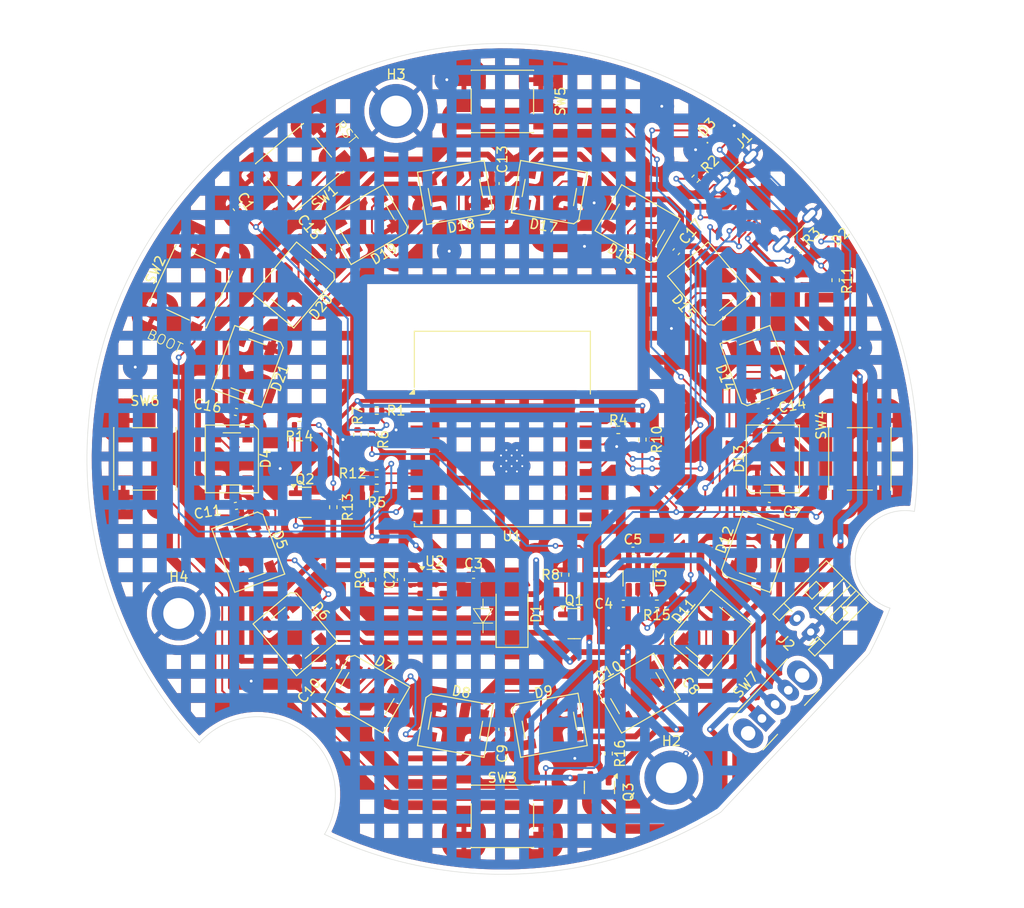
<source format=kicad_pcb>
(kicad_pcb (version 20241229) (generator "pcbnew") (generator_version "9.0")
  (layers (0 "F.Cu" signal) (2 "B.Cu" signal) (13 "F.Paste" user) (15 "B.Paste" user) (5 "F.SilkS" user "F.Silkscreen") (7 "B.SilkS" user "B.Silkscreen") (1 "F.Mask" user) (3 "B.Mask" user) (25 "Edge.Cuts" user))
  (net 0 "")
  (net 1 "GND")
  (net 2 "EN")
  (net 3 "VIN")
  (net 4 "3V3")
  (net 5 "VBUS")
  (net 6 "VBAT")
  (net 7 "Net-(D2-K)")
  (net 8 "Net-(D2-A)")
  (net 9 "Net-(D3-K)")
  (net 10 "/LED_Array/DIN")
  (net 11 "/LED_Array/DOUT")
  (net 12 "/LED_Array1/DOUT")
  (net 13 "D-")
  (net 14 "D+")
  (net 15 "Net-(J1-CC2)")
  (net 16 "Net-(J1-CC1)")
  (net 17 "IO7")
  (net 18 "IO2")
  (net 19 "IO8")
  (net 20 "IO5")
  (net 21 "Net-(U2-CE)")
  (net 22 "IO3")
  (net 23 "Net-(U3-PROG)")
  (net 24 "IO9")
  (net 26 "Net-(D5-DOUT)")
  (net 27 "Net-(D6-DOUT)")
  (net 28 "Net-(D7-DOUT)")
  (net 29 "Net-(D8-DOUT)")
  (net 30 "Net-(D10-DIN)")
  (net 31 "Net-(D10-DOUT)")
  (net 32 "Net-(D14-DOUT)")
  (net 33 "Net-(D15-DOUT)")
  (net 34 "Net-(D16-DOUT)")
  (net 35 "Net-(D17-DOUT)")
  (net 36 "Net-(D18-DOUT)")
  (net 37 "Net-(D19-DOUT)")
  (net 38 "Net-(D20-DOUT)")
  (net 39 "Net-(D11-DOUT)")
  (net 40 "Net-(J2-Pin_2)")
  (net 41 "Net-(Q2-D)")
  (net 42 "Net-(Q3-D)")
  (net 43 "Net-(D4-DOUT)")
  (net 44 "Net-(D13-DOUT)")
  (footprint "Capacitor_SMD:C_0402_1005Metric" (layer "F.Cu") (at 46.601947 85.349244 50)
    (property "Reference" "C10")
    (property "Value" "C1uF")
  )
  (footprint "Resistor_SMD:R_0402_1005Metric" (layer "F.Cu") (at 95.239376 42.260624 45)
    (property "Reference" "R3")
    (property "Value" "R5.1k")
  )
  (footprint "Resistor_SMD:R_0402_1005Metric" (layer "F.Cu") (at 79.09 61.9 90)
    (property "Reference" "R10")
    (property "Value" "R10K")
  )
  (footprint "Capacitor_SMD:C_0402_1005Metric" (layer "F.Cu") (at 92.174617 59.037851 -170)
    (property "Reference" "C14")
    (property "Value" "C1uF")
  )
  (footprint "LED_SMD:LED_SK6812_PLCC4_5.0x5.0mm_P3.2mm" (layer "F.Cu") (at 50.6 39.651289 -150)
    (property "Reference" "D19")
    (property "Value" "SK6812")
  )
  (footprint "Resistor_SMD:R_0402_1005Metric" (layer "F.Cu") (at 84.6 34.9 -135)
    (property "Reference" "R2")
    (property "Value" "R5.1k")
  )
  (footprint "Button_Switch_SMD:SW_SPST_PTS645" (layer "F.Cu") (at 27.6 63.9 90)
    (property "Reference" "SW6")
    (property "Value" "PTS645")
  )
  (footprint "Resistor_SMD:R_0402_1005Metric" (layer "F.Cu") (at 76.6 60.9 180)
    (property "Reference" "R4")
    (property "Value" "R10K")
  )
  (footprint "Diode_SMD:D_SMA" (layer "F.Cu") (at 65.6 79.9 90)
    (property "Reference" "D1")
    (property "Value" "SS14")
  )
  (footprint "Resistor_SMD:R_0402_1005Metric" (layer "F.Cu") (at 99.1 45.4 -90)
    (property "Reference" "R11")
    (property "Value" "R330")
  )
  (footprint "Capacitor_SMD:C_0402_1005Metric" (layer "F.Cu") (at 64.6 91.9 90)
    (property "Reference" "C9")
    (property "Value" "C1uF")
  )
  (footprint "Capacitor_SMD:C_0402_1005Metric" (layer "F.Cu") (at 37.025383 59.037851 -10)
    (property "Reference" "C16")
    (property "Value" "C1uF")
  )
  (footprint "LED_SMD:LED_SK6812_PLCC4_5.0x5.0mm_P3.2mm" (layer "F.Cu") (at 50.6 88.148711 -30)
    (property "Reference" "D7")
    (property "Value" "SK6812")
  )
  (footprint "LED_SMD:LED_SK6812_PLCC4_5.0x5.0mm_P3.2mm" (layer "F.Cu") (at 43.150756 81.898053 -50)
    (property "Reference" "D6")
    (property "Value" "SK6812")
  )
  (footprint "Package_TO_SOT_SMD:SOT-23" (layer "F.Cu") (at 44.1625 68.4)
    (property "Reference" "Q2")
    (property "Value" "BSS138")
  )
  (footprint "MountingHole:MountingHole_3.2mm_M3_DIN965_Pad_TopBottom" (layer "F.Cu") (at 31.1 79.9)
    (property "Reference" "H4")
    (property "Value" "MountingHole_Pad")
  )
  (footprint "Capacitor_SMD:C_0402_1005Metric" (layer "F.Cu") (at 64.62 35.4 -90)
    (property "Reference" "C13")
    (property "Value" "C1uF")
  )
  (footprint "Resistor_SMD:R_0402_1005Metric" (layer "F.Cu") (at 51.1 61.4 -90)
    (property "Reference" "R6")
    (property "Value" "R100K")
  )
  (footprint "Capacitor_SMD:C_0402_1005Metric" (layer "F.Cu") (at 92.174617 68.762149 170)
    (property "Reference" "C7")
    (property "Value" "C1uF")
  )
  (footprint "Resistor_SMD:R_0402_1005Metric" (layer "F.Cu") (at 51.6 66.9)
    (property "Reference" "R5")
    (property "Value" "R10K")
  )
  (footprint "LED_SMD:LED_SK6812_PLCC4_5.0x5.0mm_P3.2mm" (layer "F.Cu") (at 86.049244 81.898053 50)
    (property "Reference" "D11")
    (property "Value" "SK6812")
  )
  (footprint "LED_SMD:LED_SK6812_PLCC4_5.0x5.0mm_P3.2mm" (layer "F.Cu") (at 38.288607 73.476564 -70)
    (property "Reference" "D5")
    (property "Value" "SK6812")
  )
  (footprint "LED_SMD:LED_SK6812_PLCC4_5.0x5.0mm_P3.2mm" (layer "F.Cu") (at 90.911393 54.323436 110)
    (property "Reference" "D14")
    (property "Value" "SK6812")
  )
  (footprint "Resistor_SMD:R_0402_1005Metric" (layer "F.Cu") (at 47.1 68.9 90)
    (property "Reference" "R13")
    (property "Value" "R10K")
  )
  (footprint "Button_Switch_SMD:SW_SPST_PTS645" (layer "F.Cu") (at 43.6 33.734695 -140)
    (property "Reference" "SW1")
    (property "Value" "PTS645")
  )
  (footprint "Button_Switch_SMD:SW_SPST_PTS645" (layer "F.Cu") (at 101.6 63.9 -90)
    (property "Reference" "SW4")
    (property "Value" "PTS645")
  )
  (footprint "Connector_JST:JST_PH_S2B-PH-K_1x02_P2.00mm_Horizontal" (layer "F.Cu") (at 96.514214 81.814214 135)
    (property "Reference" "J2")
    (property "Value" "S2B-PH-K-S")
  )
  (footprint "LED_SMD:LED_SK6812_PLCC4_5.0x5.0mm_P3.2mm" (layer "F.Cu") (at 59.737851 91.474617 -10)
    (property "Reference" "D8")
    (property "Value" "SK6812")
  )
  (footprint "RF_Module:ESP32-C3-WROOM-02" (layer "F.Cu") (at 64.6 63.9)
    (property "Reference" "U1")
    (property "Value" "ESP32-C3-WROOM-02")
  )
  (footprint "LED_SMD:LED_SK6812_PLCC4_5.0x5.0mm_P3.2mm" (layer "F.Cu") (at 90.911393 73.476564 70)
    (property "Reference" "D12")
    (property "Value" "SK6812")
  )
  (footprint "Package_TO_SOT_SMD:SOT-23" (layer "F.Cu") (at 72.0375 80.95)
    (property "Reference" "Q1")
    (property "Value" "FDN340P")
  )
  (footprint "Resistor_SMD:R_0402_1005Metric" (layer "F.Cu") (at 51.6 58.9 180)
    (property "Reference" "R1")
    (property "Value" "R10K")
  )
  (footprint "LED_SMD:LED_SK6812_PLCC4_5.0x5.0mm_P3.2mm" (layer "F.Cu") (at 43.150756 45.901947 -130)
    (property "Reference" "D20")
    (property "Value" "SK6812")
  )
  (footprint "Capacitor_SMD:C_0402_1005Metric" (layer "F.Cu") (at 46.601947 42.450756 -50)
    (property "Reference" "C15")
    (property "Value" "C1uF")
  )
  (footprint "Button_Switch_SMD:SW_SPST_PTS645" (layer "F.Cu") (at 64.6 100.9 180)
    (property "Reference" "SW3")
    (property "Value" "PTS645")
  )
  (footprint "Package_TO_SOT_SMD:TSOT-23-6" (layer "F.Cu") (at 78.65 76.2625 -90)
    (property "Reference" "U3")
    (property "Value" "TP4057")
  )
  (footprint "Capacitor_SMD:C_0402_1005Metric" (layer "F.Cu") (at 61.62 75.9)
    (property "Reference" "C3")
    (property "Value" "C1uF")
  )
  (footprint "MountingHole:MountingHole_3.2mm_M3_DIN965_Pad_TopBottom" (layer "F.Cu") (at 82.1 96.9)
    (property "Reference" "H2")
    (property "Value" "MountingHole_Pad")
  )
  (footprint "Resistor_SMD:R_0402_1005Metric" (layer "F.Cu") (at 49.6 61.4 90)
    (property "Reference" "R7")
    (property "Value" "R100K")
  )
  (footprint "Capacitor_SMD:C_0402_1005Metric" (layer "F.Cu") (at 82.598053 42.450756 -130)
    (property "Reference" "C17")
    (property "Value" "C1uF")
  )
  (footprint "Capacitor_SMD:C_0402_1005Metric" (layer "F.Cu") (at 54.1 76.4 90)
    (property "Reference" "C2")
    (property "Value" "C10uF")
  )
  (footprint "Button_Switch_THT:SW_Slide_SPDT_Angled_CK_OS102011MA1Q" (layer "F.Cu") (at 91.470058 90.770058 47)
    (property "Reference" "SW7")
    (property "Value" "SLW-1277545-3A-RA-N-D")
  )
  (footprint "Package_TO_SOT_SMD:SOT-23-5" (layer "F.Cu") (at 57.6 76.9)
    (property "Reference" "U2")
    (property "Value" "TLV75533PDYDR")
  )
  (footprint "LED_SMD:LED_0402_1005Metric" (layer "F.Cu") (at 86.6 30.4 45)
    (property "Reference" "D3")
    (property "Value" "150040BS73220")
  )
  (footprint "Capacitor_SMD:C_0402_1005Metric" (layer "F.Cu") (at 37.1 37.9 -55)
    (property "Reference" "C1")
    (property "Value" "C1uF")
  )
  (footprint "LED_SMD:LED_SK6812_PLCC4_5.0x5.0mm_P3.2mm" (layer "F.Cu") (at 59.737851 36.325383 -170)
    (property "Reference" "D18")
    (property "Value" "SK6812")
  )
  (footprint "Resistor_SMD:R_0402_1005Metric" (layer "F.Cu") (at 51.1 76.4 90)
    (property "Reference" "R9")
    (property "Value" "R100K")
  )
  (footprint "Connector_USB:USB_C_Receptacle_GCT_USB4105-xx-A_16P_TopMnt_Horizontal" (layer "F.Cu") (at 92.6 36.4 135)
    (property "Reference" "J1")
    (property "Value" "USB4105")
  )
  (footprint "Resistor_SMD:R_0402_1005Metric" (layer "F.Cu") (at 80.59 78.9 180)
    (property "Reference" "R15")
    (property "Value" "R2K")
  )
  (footprint "Capacitor_SMD:C_0402_1005Metric" (layer "F.Cu") (at 78.12 73.4)
    (property "Reference" "C5")
    (property "Value" "C10uF")
  )
  (footprint "Resistor_SMD:R_0402_1005Metric" (layer "F.Cu") (at 75.6 94.4 -90)
    (property "Reference" "R16")
    (property "Value" "R10K")
  )
  (footprint "LED_SMD:LED_SK6812_PLCC4_5.0x5.0mm_P3.2mm" (layer "F.Cu") (at 69.462149 91.474617 10)
    (property "Reference" "D9")
    (property "Value" "SK6812")
  )
  (footprint "LED_SMD:LED_SK6812_PLCC4_5.0x5.0mm_P3.2mm" (layer "F.Cu") (at 69.462149 36.325383 170)
    (property "Reference" "D17")
    (property "Value" "SK6812")
  )
  (footprint "Resistor_SMD:R_0402_1005Metric" (layer "F.Cu") (at 51.59 65.4)
    (property "Reference" "R12")
    (property "Value" "R10K")
  )
  (footprint "Package_TO_SOT_SMD:SOT-23" (layer "F.Cu") (at 74.65 97.9 -90)
    (property "Reference" "Q3")
    (property "Value" "MMFTN170")
  )
  (footprint "Capacitor_SMD:C_0402_1005Metric" (layer "F.Cu") (at 77.12 78.9 180)
    (property "Reference" "C4")
    (property "Value" "C2.2uF")
  )
  (footprint "Capacitor_SMD:C_0402_1005Metric" (layer "F.Cu") (at 82.598053 85.349244 130)
    (property "Reference" "C8")
    (property "Value" "C1uF")
  )
  (footprint "LED_SMD:LED_SK6812_PLCC4_5.0x5.0mm_P3.2mm" (layer "F.Cu") (at 38.288607 54.323436 -110)
    (property "Reference" "D21")
    (property "Value" "SK6812")
  )
  (footprint "LED_SMD:LED_SK6812_PLCC4_5.0x5.0mm_P3.2mm" (layer "F.Cu") (at 78.6 88.148711 30)
    (property "Reference" "D10")
    (property "Value" "SK6812")
  )
  (footprint "LED_SMD:LED_SK6812_PLCC4_5.0x5.0mm_P3.2mm" (layer "F.Cu") (at 36.6 63.9 -90)
    (property "Reference" "D4")
    (property "Value" "SK6812")
  )
  (footprint "Resistor_SMD:R_0402_1005Metric" (layer "F.Cu") (at 43.59 60.4 180)
    (property "Reference" "R14")
    (property "Value" "R470")
  )
  (footprint "MountingHole:MountingHole_3.2mm_M3_DIN965_Pad_TopBottom" (layer "F.Cu") (at 53.6 27.9)
    (property "Reference" "H3")
    (property "Value" "MountingHole_Pad")
  )
  (footprint "Resistor_SMD:R_0402_1005Metric" (layer "F.Cu") (at 71.1 75.9 90)
    (property "Reference" "R8")
    (property "Value" "R100K")
  )
  (footprint "LED_SMD:LED_0402_1005Metric" (layer "F.Cu") (at 98.6 39.9 45)
    (property "Reference" "D2")
    (property "Value" "150040VS73220")
  )
  (footprint "LED_SMD:LED_SK6812_PLCC4_5.0x5.0mm_P3.2mm" (layer "F.Cu") (at 92.6 63.9 90)
    (property "Reference" "D13")
    (property "Value" "SK6812")
  )
  (footprint "LED_SMD:LED_SK6812_PLCC4_5.0x5.0mm_P3.2mm" (layer "F.Cu") (at 78.6 39.651289 150)
    (property "Reference" "D16")
    (property "Value" "SK6812")
  )
  (footprint "Button_Switch_SMD:SW_SPST_PTS645" (layer "F.Cu") (at 32.378788 46.056214 65)
    (property "Reference" "SW2")
    (property "Value" "PTS645")
  )
  (footprint "Capacitor_SMD:C_0402_1005Metric" (layer "F.Cu") (at 37.025383 68.762149 10)
    (property "Reference" "C11")
    (property "Value" "C1uF")
  )
  (footprint "Button_Switch_SMD:SW_SPST_PTS645" (layer "F.Cu") (at 64.6 26.9)
    (property "Reference" "SW5")
    (property "Value" "PTS645")
  )
  (footprint "LED_SMD:LED_SK6812_PLCC4_5.0x5.0mm_P3.2mm" (layer "F.Cu") (at 86.049244 45.901947 130)
    (property "Reference" "D15")
    (property "Value" "SK6812")
  )
  (gr_line (start 62.6 80.9) (end 63.6 80.9) (stroke (width 0.1)) (layer "F.SilkS"))
  (gr_line (start 62.6 79.4) (end 62.6 78.4) (stroke (width 0.1)) (layer "F.SilkS"))
  (gr_line (start 62.6 80.9) (end 62.6 81.9) (stroke (width 0.1)) (layer "F.SilkS"))
  (gr_line (start 62.6 80.9) (end 61.6 79.4) (stroke (width 0.1)) (layer "F.SilkS"))
  (gr_line (start 62.6 80.9) (end 61.6 80.9) (stroke (width 0.1)) (layer "F.SilkS"))
  (gr_line (start 63.6 79.4) (end 62.6 80.9) (stroke (width 0.1)) (layer "F.SilkS"))
  (gr_line (start 61.6 79.4) (end 63.6 79.4) (stroke (width 0.1)) (layer "F.SilkS"))
  (gr_arc (start 33.229999 93.309404) (mid 44.009912 92.135978) (end 46.187811 102.758606) (stroke (width 0.05)) (layer "Edge.Cuts"))
  (gr_arc (start 33.229066 93.308577) (mid 51.353665 22.991144) (end 107.254625 69.339016) (stroke (width 0.05)) (layer "Edge.Cuts"))
  (gr_arc (start 87.205375 100.478633) (mid 66.986472 106.833718) (end 46.187805 102.758596) (stroke (width 0.05)) (layer "Edge.Cuts"))
  (gr_line (start 102.585997 84.051092) (end 87.205373 100.478633) (stroke (width 0.05)) (layer "Edge.Cuts"))
  (gr_arc (start 104.729266 79.348122) (mid 101.279754 73.154655) (end 107.254625 69.339019) (stroke (width 0.05)) (layer "Edge.Cuts"))
  (gr_arc (start 104.729265 79.348125) (mid 103.728353 81.731838) (end 102.585997 84.051092) (stroke (width 0.05)) (layer "Edge.Cuts"))
  (gr_text "RST" (at 47.1 29.4 310) (layer "F.SilkS") (effects (font (size 1 1) (thickness 0.1)) (justify left bottom)))
  (gr_text "BOOT\n" (at 27.6 51.4 335) (layer "F.SilkS") (effects (font (size 1 1) (thickness 0.1)) (justify left bottom)))
  (segment (start 85.6 36.4) (end 86.459135 35.540865) (width 0.2) (layer "F.Cu") (net 1))
  (segment (start 95.6 41.4) (end 95.6 41.9) (width 0.2) (layer "F.Cu") (net 1))
  (segment (start 93.073762 41.264895) (end 93.459135 41.650268) (width 0.2) (layer "F.Cu") (net 1))
  (segment (start 78.65 73.45) (end 78.6 73.4) (width 0.2) (layer "F.Cu") (net 1))
  (segment (start 93.735105 41.264895) (end 94.6 40.4) (width 0.2) (layer "F.Cu") (net 1))
  (segment (start 94.6 40.4) (end 95.6 41.4) (width 0.2) (layer "F.Cu") (net 1))
  (segment (start 86.459135 35.540865) (end 87.349732 35.540865) (width 0.2) (layer "F.Cu") (net 1))
  (segment (start 92.260589 41.264895) (end 93.073762 41.264895) (width 0.2) (layer "F.Cu") (net 1))
  (segment (start 58.85 24.65) (end 60.62 24.65) (width 0.2) (layer "F.Cu") (net 1))
  (segment (start 87.735105 36.739411) (end 85.939411 36.739411) (width 0.2) (layer "F.Cu") (net 1))
  (segment (start 85.939411 36.739411) (end 85.6 36.4) (width 0.2) (layer "F.Cu") (net 1))
  (segment (start 92.260589 41.264895) (end 93.735105 41.264895) (width 0.2) (layer "F.Cu") (net 1))
  (segment (start 78.65 75.125) (end 78.65 73.45) (width 0.2) (layer "F.Cu") (net 1))
  (via (at 82.1 50.4) (size 0.6) (drill 0.3) (layers "F.Cu" "B.Cu") (net 1))
  (via (at 59.1 42.4) (size 0.6) (drill 0.3) (layers "F.Cu" "B.Cu") (net 1))
  (via (at 75.6 81.4) (size 0.6) (drill 0.3) (layers "F.Cu" "B.Cu") (net 1))
  (via (at 74.1 37.4) (size 0.6) (drill 0.3) (layers "F.Cu" "B.Cu") (net 1))
  (via (at 73.1 41.9) (size 0.6) (drill 0.3) (layers "F.Cu" "B.Cu") (net 1))
  (via (at 38.6 86.9) (size 0.6) (drill 0.3) (layers "F.Cu" "B.Cu") (net 1))
  (via (at 48.1 61.9) (size 0.6) (drill 0.3) (layers "F.Cu" "B.Cu") (net 1))
  (via (at 72.1 94.9) (size 0.6) (drill 0.3) (layers "F.Cu" "B.Cu") (net 1))
  (via (at 58.85 24.65) (size 0.6) (drill 0.3) (layers "F.Cu" "B.Cu") (net 1))
  (via (at 88.6 29.4) (size 0.6) (drill 0.3) (layers "F.Cu" "B.Cu") (net 1))
  (via (at 83.6 94.4) (size 0.6) (drill 0.3) (layers "F.Cu" "B.Cu") (net 1))
  (via (at 101.6 52.4) (size 0.6) (drill 0.3) (layers "F.Cu" "B.Cu") (net 1))
  (via (at 53.6 60.9) (size 0.6) (drill 0.3) (layers "F.Cu" "B.Cu") (net 1))
  (via (at 84.6 31.9) (size 0.6) (drill 0.3) (layers "F.Cu" "B.Cu") (net 1))
  (via (at 76.432216 62.623429) (size 0.6) (drill 0.3) (layers "F.Cu" "B.Cu") (net 1))
  (via (at 41.6 64.9) (size 0.6) (drill 0.3) (layers "F.Cu" "B.Cu") (net 1))
  (via (at 81.1 27.4) (size 0.6) (drill 0.3) (layers "F.Cu" "B.Cu") (net 1))
  (via (at 26.6 54.4) (size 0.6) (drill 0.3) (layers "F.Cu" "B.Cu") (net 1))
  (segment (start 93.210233 41.650268) (end 87.349732 35.789767) (width 0.2) (layer "B.Cu") (net 1))
  (segment (start 87.349732 35.540865) (end 87.349732 34.649732) (width 0.2) (layer "B.Cu") (net 1))
  (segment (start 38.8269 34.031116) (end 38.968884 34.031116) (width 0.2) (layer "B.Cu") (net 1))
  (segment (start 90.305438 32.585159) (end 90.305438 31.105438) (width 0.2) (layer "B.Cu") (net 1))
  (segment (start 93.459135 41.650268) (end 93.210233 41.650268) (width 0.2) (layer "B.Cu") (net 1))
  (segment (start 90.305438 31.105438) (end 88.6 29.4) (width 0.2) (layer "B.Cu") (net 1))
  (segment (start 87.349732 34.649732) (end 84.6 31.9) (width 0.2) (layer "B.Cu") (net 1))
  (segment (start 87.349732 35.789767) (end 87.349732 35.540865) (width 0.2) (layer "B.Cu") (net 1))
  (segment (start 90.305438 32.585159) (end 96.414841 38.694562) (width 0.2) (layer "B.Cu") (net 1))
  (segment (start 41.997415 38.016589) (end 40.983411 38.016589) (width 0.2) (layer "F.Cu") (net 2))
  (segment (start 53.1 59.4) (end 55.85 59.4) (width 0.2) (layer "F.Cu") (net 2))
  (segment (start 40.983411 38.016589) (end 39.1 39.9) (width 0.2) (layer "F.Cu") (net 2))
  (segment (start 52.11 58.9) (end 52.6 58.9) (width 0.2) (layer "F.Cu") (net 2))
  (segment (start 52.6 60.4) (end 52.11 59.91) (width 0.2) (layer "F.Cu") (net 2))
  (segment (start 52.11 59.91) (end 52.11 58.9) (width 0.2) (layer "F.Cu") (net 2))
  (segment (start 52.6 58.9) (end 53.1 59.4) (width 0.2) (layer "F.Cu") (net 2))
  (segment (start 41.997415 38.016589) (end 42.978539 38.016589) (width 0.2) (layer "F.Cu") (net 2))
  (segment (start 37.375317 38.293193) (end 38.982124 39.9) (width 0.2) (layer "F.Cu") (net 2))
  (segment (start 42.978539 38.016589) (end 48.095128 32.9) (width 0.2) (layer "F.Cu") (net 2))
  (segment (start 39.1 39.9) (end 38.982124 39.9) (width 0.2) (layer "F.Cu") (net 2))
  (via (at 52.6 60.4) (size 0.6) (drill 0.3) (layers "F.Cu" "B.Cu") (net 2))
  (via (at 39.1 39.9) (size 0.6) (drill 0.3) (layers "F.Cu" "B.Cu") (net 2))
  (segment (start 52.1 60.9) (end 48.6 60.9) (width 0.2) (layer "B.Cu") (net 2))
  (segment (start 48.6 49.4) (end 39.1 39.9) (width 0.2) (layer "B.Cu") (net 2))
  (segment (start 48.6 60.9) (end 48.6 49.4) (width 0.2) (layer "B.Cu") (net 2))
  (segment (start 52.6 60.4) (end 52.1 60.9) (width 0.2) (layer "B.Cu") (net 2))
  (segment (start 65.675747 34.324253) (end 67.327207 34.324253) (width 0.6) (layer "F.Cu") (net 3))
  (segment (start 51.6 34.4) (end 56.272106 34.4) (width 0.6) (layer "F.Cu") (net 3))
  (segment (start 81.521762 88.309352) (end 81.521762 89.478238) (width 0.6) (layer "F.Cu") (net 3))
  (segment (start 34.6545 68.8455) (end 36.552675 68.8455) (width 0.6) (layer "F.Cu") (net 3))
  (segment (start 56.4625 75.95) (end 54.13 75.95) (width 0.6) (layer "F.Cu") (net 3))
  (segment (start 94.1 58.9) (end 94.0455 58.9545) (width 0.6) (layer "F.Cu") (net 3))
  (segment (start 94.1 69.4) (end 94.1 70.8744) (width 0.6) (layer "F.Cu") (net 3))
  (segment (start 87.696678 42.996678) (end 91.6 46.9) (width 0.6) (layer "F.Cu") (net 3))
  (segment (start 56.272106 34.4) (end 57.047235 35.175129) (width 0.6) (layer "F.Cu") (net 3))
  (segment (start 47.678238 39.490648) (end 47.678238 38.321762) (width 0.6) (layer "F.Cu") (net 3))
  (segment (start 90.999449 78.9) (end 92.6 78.9) (width 0.6) (layer "F.Cu") (net 3))
  (segment (start 44.610354 87.410354) (end 44.6 87.410354) (width 0.6) (layer "F.Cu") (net 3))
  (segment (start 35.947149 58.348974) (end 35.947149 56.078451) (width 0.6) (layer "F.Cu") (net 3))
  (segment (start 43.499915 84.803322) (end 37.6 84.803322) (width 0.6) (layer "F.Cu") (net 3))
  (segment (start 91.576952 46.923048) (end 91.576952 51.473956) (width 0.6) (layer "F.Cu") (net 3))
  (segment (start 94.0455 58.9545) (end 92.647324 58.9545) (width 0.6) (layer "F.Cu") (net 3))
  (segment (start 92.647325 68.8455) (end 94.6545 68.8455) (width 0.6) (layer "F.Cu") (net 3))
  (segment (start 83.094823 40.9) (end 83.094823 41.894823) (width 0.6) (layer "F.Cu") (net 3))
  (segment (start 34.6 73.302996) (end 34.6 68.9) (width 0.6) (layer "F.Cu") (net 3))
  (segment (start 56.4625 75.7625) (end 55.6 74.9) (width 0.6) (layer "F.Cu") (net 3))
  (segment (start 48.1 79.4) (end 50.6 81.9) (width 0.6) (layer "F.Cu") (net 3))
  (segment (start 92.6 78.9) (end 93.252851 78.247149) (width 0.6) (layer "F.Cu") (net 3))
  (segment (start 60.448541 94.9) (end 61.872793 93.475748) (width 0.6) (layer "F.Cu") (net 3))
  (segment (start 96.6 63.4) (end 96.15 63.4) (width 0.6) (layer "F.Cu") (net 3))
  (segment (start 51.13 75.92) (end 51.1 75.89) (width 0.6) (layer "F.Cu") (net 3))
  (segment (start 94.6545 68.8455) (end 96.6 66.9) (width 0.6) (layer "F.Cu") (net 3))
  (segment (start 50.6 81.9) (end 65.6 81.9) (width 0.6) (layer "F.Cu") (net 3))
  (segment (start 59.822364 32.4) (end 57.047235 35.175129) (width 0.6) (layer "F.Cu") (net 3))
  (segment (start 83.1 38.4) (end 83.1 40.9) (width 0.6) (layer "F.Cu") (net 3))
  (segment (start 64.62 34.92) (end 65.08 34.92) (width 0.6) (layer "F.Cu") (net 3))
  (segment (start 91.6 46.9) (end 91.576952 46.923048) (width 0.6) (layer "F.Cu") (net 3))
  (segment (start 72.63759 32.4) (end 77.278238 37.040648) (width 0.6) (layer "F.Cu") (net 3))
  (segment (start 64.62 33.92) (end 63.1 32.4) (width 0.6) (layer "F.Cu") (net 3))
  (segment (start 93.5455 68.8455) (end 94.1 69.4) (width 0.6) (layer "F.Cu") (net 3))
  (segment (start 37.6 78.9) (end 37.6 76.349092) (width 0.6) (layer "F.Cu") (net 3))
  (segment (start 94.1 58.9545) (end 94.1 58.9) (width 0.6) (layer "F.Cu") (net 3))
  (segment (start 65.6 81.9) (end 71.1 81.9) (width 0.6) (layer "F.Cu") (net 3))
  (segment (start 64.62 34.92) (end 64.62 33.92) (width 0.6) (layer "F.Cu") (net 3))
  (segment (start 35 66.35) (end 35 68.7455) (width 0.6) (layer "F.Cu") (net 3))
  (segment (start 45.61 73.89) (end 47.1 73.89) (width 0.6) (layer "F.Cu") (net 3))
  (segment (start 82.906591 86.924523) (end 81.521762 88.309352) (width 0.6) (layer "F.Cu") (net 3))
  (segment (start 63.504252 93.475748) (end 64.6 92.38) (width 0.6) (layer "F.Cu") (net 3))
  (segment (start 34.6 68.9) (end 34.6545 68.8455) (width 0.6) (layer "F.Cu") (net 3))
  (segment (start 94.1 70.8744) (end 93.252851 71.721549) (width 0.6) (layer "F.Cu") (net 3))
  (segment (start 51.921762 90.759352) (end 47.959352 90.759352) (width 0.6) (layer "F.Cu") (net 3))
  (segment (start 81.740648 37.040648) (end 83.1 38.4) (width 0.6) (layer "F.Cu") (net 3))
  (segment (start 85.700085 42.996678) (end 87.696678 42.996678) (width 0.6) (layer "F.Cu") (net 3))
  (segment (start 55.6 74.9) (end 47.1 74.9) (width 0.6) (layer "F.Cu") (net 3))
  (segment (start 37.6 77.9) (end 41.6 77.9) (width 0.6) (layer "F.Cu") (net 3))
  (segment (start 35 68.7455) (end 35.1 68.8455) (width 0.6) (layer "F.Cu") (net 3))
  (segment (start 47.1 69.41) (end 47.1 73.89) (width 0.6) (layer "F.Cu") (net 3))
  (segment (start 61.872793 93.475748) (end 63.504252 93.475748) (width 0.6) (layer "F.Cu") (net 3))
  (segment (start 82.906591 42.083055) (end 83.094823 41.894823) (width 0.6) (layer "F.Cu") (net 3))
  (segment (start 92.647325 68.8455) (end 93.5455 68.8455) (width 0.6) (layer "F.Cu") (net 3))
  (segment (start 56.4625 75.95) (end 56.4625 75.7625) (width 0.6) (layer "F.Cu") (net 3))
  (segment (start 47.1 74.9) (end 47.1 73.89) (width 0.6) (layer "F.Cu") (net 3))
  (segment (start 83.1 40.9) (end 83.094823 40.9) (width 0.6) (layer "F.Cu") (net 3))
  (segment (start 94.1 58.9545) (end 95.0455 58.9545) (width 0.6) (layer "F.Cu") (net 3))
  (segment (start 92.6545 58.9545) (end 92.647324 58.9545) (width 0.6) (layer "F.Cu") (net 3))
  (segment (start 54.1 75.92) (end 51.13 75.92) (width 0.6) (layer "F.Cu") (net 3))
  (segment (start 82.906591 85.716945) (end 84.589646 87.4) (width 0.6) (layer "F.Cu") (net 3))
  (segment (start 86.6 87.4) (end 88.849745 85.150255) (width 0.6) (layer "F.Cu") (net 3))
  (segment (start 47.1 75.9) (end 48.1 76.9) (width 0.6) (layer "F.Cu") (net 3))
  (segment (start 94.2 60.5) (end 92.6545 58.9545) (width 0.6) (layer "F.Cu") (net 3))
  (segment (start 48.1 76.9) (end 48.1 79.4) (width 0.6) (layer "F.Cu") (net 3))
  (segment (start 47.959352 90.759352) (end 44.610354 87.410354) (width 0.6) (layer "F.Cu") (net 3))
  (segment (start 81.521762 89.478238) (end 78.375129 92.624871) (width 0.6) (layer "F.Cu") (net 3))
  (segment (start 85.700085 42.996678) (end 84.59823 41.894823) (width 0.6) (layer "F.Cu") (net 3))
  (segment (start 96.15 63.4) (end 94.2 61.45) (width 0.6) (layer "F.Cu") (net 3))
  (segment (start 93.673956 51.473956) (end 91.576952 51.473956) (width 0.6) (layer "F.Cu") (net 3))
  (segment (start 47.678238 39.490648) (end 46.293409 40.875477) (width 0.6) (layer "F.Cu") (net 3))
  (segment (start 78.375129 92.624871) (end 72.152765 92.624871) (width 0.6) (layer "F.Cu") (net 3))
  (segment (start 67.327207 34.324253) (end 67.327207 33.672793) (width 0.6) (layer "F.Cu") (net 3))
  (segment (start 37.623048 76.326044) (end 34.6 73.302996) (width 0.6) (layer "F.Cu") (net 3))
  (segment (start 36.552675 58.9545) (end 35.947149 58.348974) (width 0.6) (layer "F.Cu") (net 3))
  (segment (start 37.6 84.803322) (end 37.6 78.9) (width 0.6) (layer "F.Cu") (net 3))
  (segment (start 44.6 87.410354) (end 46.293409 85.716945) (width 0.6) (layer "F.Cu") (net 3))
  (segment (start 51.921762 90.759352) (end 51.921762 92.471762) (width 0.6) (layer "F.Cu") (net 3))
  (segment (start 84.589646 87.4) (end 86.6 87.4) (width 0.6) (layer "F.Cu") (net 3))
  (segment (start 95.6 58.4) (end 95.6 53.4) (width 0.6) (layer "F.Cu") (net 3))
  (segment (start 35.947149 51.153402) (end 35.947149 56.078451) (width 0.6) (layer "F.Cu") (net 3))
  (segment (start 94.2 61.45) (end 94.2 60.5) (width 0.6) (layer "F.Cu") (net 3))
  (segment (start 96.6 66.9) (end 96.6 63.4) (width 0.6) (layer "F.Cu") (net 3))
  (segment (start 35.1 68.8455) (end 36.552675 68.8455) (width 0.6) (layer "F.Cu") (net 3))
  (segment (start 46.293409 40.875477) (end 46.293409 42.083055) (width 0.6) (layer "F.Cu") (net 3))
  (segment (start 40.350255 44.149745) (end 43.6 40.9) (width 0.6) (layer "F.Cu") (net 3))
  (segment (start 34.05 66.35) (end 33.1 65.4) (width 0.6) (layer "F.Cu") (net 3))
  (segment (start 51.921762 92.471762) (end 54.35 94.9) (width 0.6) (layer "F.Cu") (net 3))
  (segment (start 88.849745 81.049704) (end 90.999449 78.9) (width 0.6) (layer "F.Cu") (net 3))
  (segment (start 40.350255 46.750296) (end 35.947149 51.153402) (width 0.6) (layer "F.Cu") (net 3))
  (segment (start 33.1 56.078451) (end 35.947149 56.078451) (width 0.6) (layer "F.Cu") (net 3))
  (segment (start 67.327207 33.672793) (end 68.6 32.4) (width 0.6) (layer "F.Cu") (net 3))
  (segment (start 44.413538 85.716945) (end 46.293409 85.716945) (width 0.6) (layer "F.Cu") (net 3))
  (segment (start 63.1 32.4) (end 59.822364 32.4) (width 0.6) (layer "F.Cu") (net 3))
  (segment (start 54.35 94.9) (end 60.448541 94.9) (width 0.6) (layer "F.Cu") (net 3))
  (segment (start 95.0455 58.9545) (end 95.6 58.4) (width 0.6) (layer "F.Cu") (net 3))
  (segment (start 65.08 34.92) (end 65.675747 34.324253) (width 0.6) (layer "F.Cu") (net 3))
  (segment (start 68.6 32.4) (end 72.63759 32.4) (width 0.6) (layer "F.Cu") (net 3))
  (segment (start 93.252851 78.247149) (end 93.252851 71.721549) (width 0.6) (layer "F.Cu") (net 3))
  (segment (start 54.13 75.95) (end 54.1 75.92) (width 0.6) (layer "F.Cu") (net 3))
  (segment (start 35 66.35) (end 34.05 66.35) (width 0.6) (layer "F.Cu") (net 3))
  (segment (start 41.6 77.9) (end 45.61 73.89) (width 0.6) (layer "F.Cu") (net 3))
  (segment (start 37.6 76.349092) (end 37.623048 76.326044) (width 0.6) (layer "F.Cu") (net 3))
  (segment (start 84.59823 41.894823) (end 83.094823 41.894823) (width 0.6) (layer "F.Cu") (net 3))
  (segment (start 47.1 74.9) (end 47.1 75.9) (width 0.6) (layer "F.Cu") (net 3))
  (segment (start 82.906591 85.716945) (end 82.906591 86.924523) (width 0.6) (layer "F.Cu") (net 3))
  (segment (start 40.350255 46.750296) (end 40.350255 44.149745) (width 0.6) (layer "F.Cu") (net 3))
  (segment (start 45.110354 40.9) (end 46.293409 42.083055) (width 0.6) (layer "F.Cu") (net 3))
  (segment (start 47.678238 38.321762) (end 51.6 34.4) (width 0.6) (layer "F.Cu") (net 3))
  (segment (start 43.6 40.9) (end 45.110354 40.9) (width 0.6) (layer "F.Cu") (net 3))
  (segment (start 77.278238 37.040648) (end 81.740648 37.040648) (width 0.6) (layer "F.Cu") (net 3))
  (segment (start 43.499915 84.803322) (end 44.413538 85.716945) (width 0.6) (layer "F.Cu") (net 3))
  (segment (start 33.1 65.4) (end 33.1 56.078451) (width 0.6) (layer "F.Cu") (net 3))
  (segment (start 88.849745 85.150255) (end 88.849745 81.049704) (width 0.6) (layer "F.Cu") (net 3))
  (segment (start 95.6 53.4) (end 93.673956 51.473956) (width 0.6) (layer "F.Cu") (net 3))
  (segment (start 79.09 61.39) (end 79.09 58.41) (width 0.4) (layer "F.Cu") (net 4))
  (segment (start 46.725 62.525) (end 43.225 66.025) (width 0.4) (layer "F.Cu") (net 4))
  (segment (start 43.225 66.025) (end 43.225 67.45) (width 0.4) (layer "F.Cu") (net 4))
  (segment (start 51.09 58.9) (end 51.09 57.91) (width 0.4) (layer "F.Cu") (net 4))
  (segment (start 49.6 57.9) (end 51.1 57.9) (width 0.4) (layer "F.Cu") (net 4))
  (segment (start 51.09 57.91) (end 51.1 57.9) (width 0.4) (layer "F.Cu") (net 4))
  (segment (start 58.7375 75.95) (end 55.64375 72.85625) (width 0.4) (layer "F.Cu") (net 4))
  (segment (start 79.09 58.41) (end 79.1 58.4) (width 0.4) (layer "F.Cu") (net 4))
  (segment (start 61.09 75.95) (end 61.14 75.9) (width 0.4) (layer "F.Cu") (net 4))
  (segment (start 51.09 71.9) (end 51.09 66.9) (width 0.4) (layer "F.Cu") (net 4))
  (segment (start 79.09 61.39) (end 77.6 61.39) (width 0.4) (layer "F.Cu") (net 4))
  (segment (start 46.725 60.775) (end 49.6 57.9) (width 0.4) (layer "F.Cu") (net 4))
  (segment (start 46.725 62.525) (end 46.725 60.775) (width 0.4) (layer "F.Cu") (net 4))
  (segment (start 51.13 71.94) (end 51.09 71.9) (width 0.4) (layer "F.Cu") (net 4))
  (segment (start 49.6 65.4) (end 46.725 62.525) (width 0.4) (layer "F.Cu") (net 4))
  (segment (start 51.09 65.41) (end 51.08 65.4) (width 0.4) (layer "F.Cu") (net 4))
  (segment (start 51.08 65.4) (end 49.6 65.4) (width 0.4) (layer "F.Cu") (net 4))
  (segment (start 77.6 61.39) (end 77.11 60.9) (width 0.4) (layer "F.Cu") (net 4))
  (segment (start 51.09 66.9) (end 51.09 65.41) (width 0.4) (layer "F.Cu") (net 4))
  (segment (start 51.1 57.9) (end 55.85 57.9) (width 0.4) (layer "F.Cu") (net 4))
  (segment (start 58.7375 75.95) (end 61.09 75.95) (width 0.4) (layer "F.Cu") (net 4))
  (via (at 55.64375 72.85625) (size 0.6) (drill 0.3) (layers "F.Cu" "B.Cu") (net 4))
  (via (at 79.1 58.4) (size 0.6) (drill 0.3) (layers "F.Cu" "B.Cu") (net 4))
  (via (at 49.6 57.9) (size 0.6) (drill 0.3) (layers "F.Cu" "B.Cu") (net 4))
  (via (at 51.13 71.94) (size 0.6) (drill 0.3) (layers "F.Cu" "B.Cu") (net 4))
  (segment (start 49.6 57.9) (end 50.1 58.4) (width 0.4) (layer "B.Cu") (net 4))
  (segment (start 54.7275 71.94) (end 51.13 71.94) (width 0.4) (layer "B.Cu") (net 4))
  (segment (start 79.1 58.4) (end 50.1 58.4) (width 0.4) (layer "B.Cu") (net 4))
  (segment (start 54.7275 71.94) (end 55.64375 72.85625) (width 0.4) (layer "B.Cu") (net 4))
  (segment (start 77.7 77.4) (end 77.7 78.8) (width 0.6) (layer "F.Cu") (net 5))
  (segment (start 68.1 77.9) (end 68.85 77.15) (width 0.6) (layer "F.Cu") (net 5))
  (segment (start 88.732786 42.9) (end 88.028464 42.195678) (width 0.6) (layer "F.Cu") (net 5))
  (segment (start 92.299 79.701) (end 90.1 81.9) (width 0.6) (layer "F.Cu") (net 5))
  (segment (start 75.55 96.95) (end 75.6 96.9) (width 0.2) (layer "F.Cu") (net 5))
  (segment (start 75.6 96.9625) (end 75.6 94.91) (width 0.2) (layer "F.Cu") (net 5))
  (segment (start 86.404467 42.195678) (end 85.80854 41.599751) (width 0.6) (layer "F.Cu") (net 5))
  (segment (start 68.85 77.15) (end 68.1 76.4) (width 0.6) (layer "F.Cu") (net 5))
  (segment (start 72.6 83.9) (end 77.6 83.9) (width 0.6) (layer "F.Cu") (net 5))
  (segment (start 90.1 81.9) (end 90.1 85.4) (width 0.6) (layer "F.Cu") (net 5))
  (segment (start 89.494112 42.9) (end 88.732786 42.9) (width 0.6) (layer "F.Cu") (net 5))
  (segment (start 84.200064 37.799936) (end 87.807366 37.799936) (width 0.6) (layer "F.Cu") (net 5))
  (segment (start 77.7 78.8) (end 77.6 78.9) (width 0.2) (layer "F.Cu") (net 5))
  (segment (start 71.1 80) (end 71.1 76.41) (width 0.2) (layer "F.Cu") (net 5))
  (segment (start 95.1 46.4) (end 95.1 48.9) (width 0.6) (layer "F.Cu") (net 5))
  (segment (start 95.1 46.4) (end 90.6 41.9) (width 0.6) (layer "F.Cu") (net 5))
  (segment (start 88.300791 37.306511) (end 87.807366 37.799936) (width 0.2) (layer "F.Cu") (net 5))
  (segment (start 99.6 72.4) (end 99.6 73.032785) (width 0.6) (layer "F.Cu") (net 5))
  (segment (start 83.901 38.731786) (end 83.901 38.099) (width 0.6) (layer "F.Cu") (net 5))
  (segment (start 82.6 91.9) (end 80.6125 91.9) (width 0.6) (layer "F.Cu") (net 5))
  (segment (start 71.6 84.9) (end 72.6 83.9) (width 0.6) (layer "F.Cu") (net 5))
  (segment (start 99.1 45.91) (end 95.59 45.91) (width 0.6) (layer "F.Cu") (net 5))
  (segment (start 90.1 85.4) (end 83.6 91.9) (width 0.6) (layer "F.Cu") (net 5))
  (segment (start 88.300791 37.305097) (end 88.625228 36.98066) (width 0.6) (layer "F.Cu") (net 5))
  (segment (start 68.85 77.15) (end 69.59 76.41) (width 0.6) (layer "F.Cu") (net 5))
  (segment (start 70.1 76.41) (end 71.1 76.41) (width 0.6) (layer "F.Cu") (net 5))
  (segment (start 75.55 96.9625) (end 75.55 96.95) (width 0.2) (layer "F.Cu") (net 5))
  (segment (start 88.300791 37.305097) (end 88.300791 37.306511) (width 0.2) (layer "F.Cu") (net 5))
  (segment (start 83.901 38.099) (end 84.200064 37.799936) (width 0.6) (layer "F.Cu") (net 5))
  (segment (start 88.019361 37.305097) (end 88.300791 37.305097) (width 0.2) (layer "F.Cu") (net 5))
  (segment (start 83.901 39.701) (end 83.901 38.731786) (width 0.6) (layer "F.Cu") (net 5))
  (segment (start 80.6125 91.9) (end 75.55 96.9625) (width 0.6) (layer "F.Cu") (net 5))
  (segment (start 91.694903 40.699209) (end 89.494112 42.9) (width 0.6) (layer "F.Cu") (net 5))
  (segment (start 83.6 91.9) (end 82.6 91.9) (width 0.6) (layer "F.Cu") (net 5))
  (segment (start 65.6 77.9) (end 68.1 77.9) (width 0.6) (layer "F.Cu") (net 5))
  (segment (start 77.6 83.9) (end 77.6 78.9) (width 0.6) (layer "F.Cu") (net 5))
  (segment (start 88.028464 42.195678) (end 87.364892 42.195678) (width 0.6) (layer "F.Cu") (net 5))
  (segment (start 75.6 96.9625) (end 75.55 96.9625) (width 0.2) (layer "F.Cu") (net 5))
  (segment (start 69.59 76.41) (end 70.1 76.41) (width 0.6) (layer "F.Cu") (net 5))
  (segment (start 99.6 73.032785) (end 92.931785 79.701) (width 0.6) (layer "F.Cu") (net 5))
  (segment (start 92.931785 79.701) (end 92.299 79.701) (width 0.6) (layer "F.Cu") (net 5))
  (segment (start 85.799751 41.599751) (end 83.901 39.701) (width 0.6) (layer "F.Cu") (net 5))
  (segment (start 87.364892 42.195678) (end 86.404467 42.195678) (width 0.6) (layer "F.Cu") (net 5))
  (segment (start 85.80854 41.599751) (end 85.799751 41.599751) (width 0.6) (layer "F.Cu") (net 5))
  (segment (start 68.1 76.4) (end 68.1 74.4) (width 0.6) (layer "F.Cu") (net 5))
  (segment (start 95.59 45.91) (end 95.1 46.4) (width 0.6) (layer "F.Cu") (net 5))
  (segment (start 95.1 48.9) (end 101.6 55.4) (width 0.6) (layer "F.Cu") (net 5))
  (via (at 77.6 83.9) (size 0.6) (drill 0.3) (layers "F.Cu" "B.Cu") (net 5))
  (via (at 71.6 84.9) (size 0.6) (drill 0.3) (layers "F.Cu" "B.Cu") (net 5))
  (via (at 101.6 55.4) (size 0.6) (drill 0.3) (layers "F.Cu" "B.Cu") (net 5))
  (via (at 68.1 74.4) (size 0.6) (drill 0.3) (layers "F.Cu" "B.Cu") (net 5))
  (via (at 82.6 91.9) (size 0.6) (drill 0.3) (layers "F.Cu" "B.Cu") (net 5))
  (via (at 99.6 72.4) (size 0.6) (drill 0.3) (layers "F.Cu" "B.Cu") (net 5))
  (segment (start 101.6 68.4) (end 99.6 70.4) (width 0.6) (layer "B.Cu") (net 5))
  (segment (start 99.6 70.4) (end 99.6 72.4) (width 0.6) (layer "B.Cu") (net 5))
  (segment (start 82.6 91.9) (end 77.6 86.9) (width 0.6) (layer "B.Cu") (net 5))
  (segment (start 77.6 86.9) (end 77.6 83.9) (width 0.6) (layer "B.Cu") (net 5))
  (segment (start 101.6 55.4) (end 101.6 68.4) (width 0.6) (layer "B.Cu") (net 5))
  (segment (start 68.1 81.4) (end 71.6 84.9) (width 0.6) (layer "B.Cu") (net 5))
  (segment (start 68.1 74.4) (end 68.1 81.4) (width 0.6) (layer "B.Cu") (net 5))
  (segment (start 72.975 73.275) (end 72.6 72.9) (width 0.2) (layer "F.Cu") (net 6))
  (segment (start 73.1 75.9) (end 72.975 76.025) (width 0.6) (layer "F.Cu") (net 6))
  (segment (start 73.1 75.9) (end 75.6 75.9) (width 0.6) (layer "F.Cu") (net 6))
  (segment (start 73.6 81.575) (end 72.975 80.95) (width 0.6) (layer "F.Cu") (net 6))
  (segment (start 94.198051 87.844643) (end 94.525907 88.172499) (width 0.2) (layer "F.Cu") (net 6))
  (segment (start 72.6 72.9) (end 70.1 72.9) (width 0.2) (layer "F.Cu") (net 6))
  (segment (start 72.975 76.025) (end 72.975 73.275) (width 0.2) (layer "F.Cu") (net 6))
  (segment (start 76.375 75.125) (end 75.6 75.9) (width 0.6) (layer "F.Cu") (net 6))
  (segment (start 77.7 75.125) (end 77.7 73.46) (width 0.6) (layer "F.Cu") (net 6))
  (segment (start 71.6625 96.9625) (end 71.6 96.9) (width 0.6) (layer "F.Cu") (net 6))
  (segment (start 73.6 82.9) (end 73.6 81.575) (width 0.6) (layer "F.Cu") (net 6))
  (segment (start 51.1 63.4) (end 51.1 61.91) (width 0.2) (layer "F.Cu") (net 6))
  (segment (start 72.975 80.95) (end 72.975 76.025) (width 0.6) (layer "F.Cu") (net 6))
  (segment (start 77.7 75.125) (end 76.375 75.125) (width 0.6) (layer "F.Cu") (net 6))
  (segment (start 73.65 96.9625) (end 71.6625 96.9625) (width 0.6) (layer "F.Cu") (net 6))
  (segment (start 77.7 73.46) (end 77.64 73.4) (width 0.6) (layer "F.Cu") (net 6))
  (via (at 73.6 82.9) (size 0.6) (drill 0.3) (layers "F.Cu" "B.Cu") (net 6))
  (via (at 71.6 96.9) (size 0.6) (drill 0.3) (layers "F.Cu" "B.Cu") (net 6))
  (via (at 70.1 72.9) (size 0.6) (drill 0.3) (layers "F.Cu" "B.Cu") (net 6))
  (via (at 75.6 75.9) (size 0.6) (drill 0.3) (layers "F.Cu" "B.Cu") (net 6))
  (via (at 51.1 63.4) (size 0.6) (drill 0.3) (layers "F.Cu" "B.Cu") (net 6))
  (segment (start 91.1 84.746592) (end 94.198051 87.844643) (width 0.6) (layer "B.Cu") (net 6))
  (segment (start 91.1 80.4) (end 85.1 74.4) (width 0.6) (layer "B.Cu") (net 6))
  (segment (start 71.6 96.9) (end 67.6 96.9) (width 0.6) (layer "B.Cu") (net 6))
  (segment (start 67.1 72.9) (end 57.6 63.4) (width 0.2) (layer "B.Cu") (net 6))
  (segment (start 77.1 74.4) (end 75.6 75.9) (width 0.6) (layer "B.Cu") (net 6))
  (segment (start 67.6 96.9) (end 67.6 90.9) (width 0.6) (layer "B.Cu") (net 6))
  (segment (start 57.6 63.4) (end 51.1 63.4) (width 0.2) (layer "B.Cu") (net 6))
  (segment (start 67.6 90.9) (end 73.6 84.9) (width 0.6) (layer "B.Cu") (net 6))
  (segment (start 73.6 84.9) (end 73.6 82.9) (width 0.6) (layer "B.Cu") (net 6))
  (segment (start 70.1 72.9) (end 67.1 72.9) (width 0.2) (layer "B.Cu") (net 6))
  (segment (start 91.1 80.4) (end 91.1 84.746592) (width 0.6) (layer "B.Cu") (net 6))
  (segment (start 85.1 74.4) (end 77.1 74.4) (width 0.6) (layer "B.Cu") (net 6))
  (segment (start 98.257053 40.242947) (end 98.257053 40.742947) (width 0.2) (layer "F.Cu") (net 7))
  (segment (start 85.6 69.125) (end 85.6 66.9) (width 0.2) (layer "F.Cu") (net 7))
  (segment (start 79.6 75.125) (end 85.6 69.125) (width 0.2) (layer "F.Cu") (net 7))
  (segment (start 98.257053 40.742947) (end 97.6 41.4) (width 0.2) (layer "F.Cu") (net 7))
  (via (at 85.6 66.9) (size 0.6) (drill 0.3) (layers "F.Cu" "B.Cu") (net 7))
  (via (at 97.6 41.4) (size 0.6) (drill 0.3) (layers "F.Cu" "B.Cu") (net 7))
  (segment (start 100.6 42.4) (end 100.6 51.9) (width 0.2) (layer "B.Cu") (net 7))
  (segment (start 99.6 41.4) (end 100.6 42.4) (width 0.2) (layer "B.Cu") (net 7))
  (segment (start 97.6 41.4) (end 99.6 41.4) (width 0.2) (layer "B.Cu") (net 7))
  (segment (start 100.6 51.9) (end 85.6 66.9) (width 0.2) (layer "B.Cu") (net 7))
  (segment (start 98.942947 39.742947) (end 98.942947 39.557053) (width 0.2) (layer "F.Cu") (net 8))
  (segment (start 87.07 30.184106) (end 86.942947 30.057053) (width 0.2) (layer "F.Cu") (net 8))
  (segment (start 99.085 39.915) (end 99.1 39.9) (width 0.2) (layer "F.Cu") (net 8))
  (segment (start 87.07 30.4) (end 87.07 30.184106) (width 0.2) (layer "F.Cu") (net 8))
  (segment (start 99.1 39.9) (end 98.942947 39.742947) (width 0.2) (layer "F.Cu") (net 8))
  (segment (start 97.6 43.9) (end 99.085 42.415) (width 0.2) (layer "F.Cu") (net 8))
  (segment (start 87.835 31.165) (end 87.1 31.9) (width 0.2) (layer "F.Cu") (net 8))
  (segment (start 99.085 42.415) (end 99.085 39.915) (width 0.2) (layer "F.Cu") (net 8))
  (segment (start 99.1 44.89) (end 98.59 44.89) (width 0.2) (layer "F.Cu") (net 8))
  (segment (start 87.07 30.4) (end 87.835 31.165) (width 0.2) (layer "F.Cu") (net 8))
  (segment (start 98.59 44.89) (end 97.6 43.9) (width 0.2) (layer "F.Cu") (net 8))
  (via (at 87.1 31.9) (size 0.6) (drill 0.3) (layers "F.Cu" "B.Cu") (net 8))
  (via (at 97.6 43.9) (size 0.6) (drill 0.3) (layers "F.Cu" "B.Cu") (net 8))
  (segment (start 97.6 43.9) (end 95.1 41.4) (width 0.2) (layer "B.Cu") (net 8))
  (segment (start 95.1 39.9) (end 87.1 31.9) (width 0.2) (layer "B.Cu") (net 8))
  (segment (start 95.1 41.4) (end 95.1 39.9) (width 0.2) (layer "B.Cu") (net 8))
  (segment (start 84.1 75.9) (end 84.1 72.4) (width 0.2) (layer "F.Cu") (net 9))
  (segment (start 87.1 59.4) (end 83.1 55.4) (width 0.2) (layer "F.Cu") (net 9))
  (segment (start 78.65 80.45) (end 79.6 81.4) (width 0.2) (layer "F.Cu") (net 9))
  (segment (start 80.1 29.9) (end 85.414106 29.9) (width 0.2) (layer "F.Cu") (net 9))
  (segment (start 78.65 77.4) (end 78.65 80.45) (width 0.2) (layer "F.Cu") (net 9))
  (segment (start 84.1 72.4) (end 87.1 69.4) (width 0.2) (layer "F.Cu") (net 9))
  (segment (start 85.414106 29.9) (end 86.257053 30.742947) (width 0.2) (layer "F.Cu") (net 9))
  (segment (start 87.1 69.4) (end 87.1 59.4) (width 0.2) (layer "F.Cu") (net 9))
  (via (at 80.1 29.9) (size 0.6) (drill 0.3) (layers "F.Cu" "B.Cu") (net 9))
  (via (at 84.1 75.9) (size 0.6) (drill 0.3) (layers "F.Cu" "B.Cu") (net 9))
  (via (at 83.1 55.4) (size 0.6) (drill 0.3) (layers "F.Cu" "B.Cu") (net 9))
  (via (at 79.6 81.4) (size 0.6) (drill 0.3) (layers "F.Cu" "B.Cu") (net 9))
  (segment (start 83.1 55.4) (end 79.999 52.299) (width 0.2) (layer "B.Cu") (net 9))
  (segment (start 84.1 76.9) (end 84.1 75.9) (width 0.2) (layer "B.Cu") (net 9))
  (segment (start 79.6 81.4) (end 84.1 76.9) (width 0.2) (layer "B.Cu") (net 9))
  (segment (start 79.999 30.001) (end 80.1 29.9) (width 0.2) (layer "B.Cu") (net 9))
  (segment (start 79.999 52.299) (end 79.999 30.001) (width 0.2) (layer "B.Cu") (net 9))
  (segment (start 36.95 63.4) (end 43.1 63.4) (width 0.2) (layer "F.Cu") (net 10))
  (segment (start 35 61.45) (end 36.95 63.4) (width 0.2) (layer "F.Cu") (net 10))
  (segment (start 43.1 60.42) (end 43.08 60.4) (width 0.2) (layer "F.Cu") (net 10))
  (segment (start 43.1 63.4) (end 43.1 60.42) (width 0.2) (layer "F.Cu") (net 10))
  (segment (start 88.6 69.9) (end 89.51875 69.9) (width 0.2) (layer "F.Cu") (net 11))
  (segment (start 91.75 63.9) (end 88.6 63.9) (width 0.2) (layer "F.Cu") (net 11))
  (segment (start 88.6 63.9) (end 88.6 69.9) (width 0.2) (layer "F.Cu") (net 11))
  (segment (start 94.2 66.35) (end 91.75 63.9) (width 0.2) (layer "F.Cu") (net 11))
  (segment (start 89.51875 69.9) (end 90.245835 70.627085) (width 0.2) (layer "F.Cu") (net 11))
  (segment (start 77.1 63.9) (end 75.6 63.9) (width 0.2) (layer "F.Cu") (net 13))
  (segment (start 74.849 64.651) (end 74.099 64.651) (width 0.2) (layer "F.Cu") (net 13))
  (segment (start 75.6 63.9) (end 74.849 64.651) (width 0.2) (layer "F.Cu") (net 13))
  (segment (start 88.346446 40.3) (end 89.82107 38.825376) (width 0.2) (layer "F.Cu") (net 13))
  (segment (start 89.1 41.9) (end 89.1 41.104913) (width 0.2) (layer "F.Cu") (net 13))
  (segment (start 89.745935 40.458978) (end 89.745935 40.314725) (width 0.2) (layer "F.Cu") (net 13))
  (segment (start 89.1 41.104913) (end 89.745935 40.458978) (width 0.2) (layer "F.Cu") (net 13))
  (segment (start 74.099 64.651) (end 73.35 65.4) (width 0.2) (layer "F.Cu") (net 13))
  (segment (start 85.1 64.9) (end 80.1 64.9) (width 0.2) (layer "F.Cu") (net 13))
  (segment (start 89.745935 40.314725) (end 90.528177 39.532483) (width 0.2) (layer "F.Cu") (net 13))
  (segment (start 78.1 64.9) (end 77.1 63.9) (width 0.2) (layer "F.Cu") (net 13))
  (segment (start 88.1 40.3) (end 88.346446 40.3) (width 0.2) (layer "F.Cu") (net 13))
  (via (at 78.1 64.9) (size 0.6) (drill 0.3) (layers "F.Cu" "B.Cu") (net 13))
  (via (at 80.1 64.9) (size 0.6) (drill 0.3) (layers "F.Cu" "B.Cu") (net 13))
  (via (at 88.1 40.3) (size 0.6) (drill 0.3) (layers "F.Cu" "B.Cu") (net 13))
  (via (at 85.1 64.9) (size 0.6) (drill 0.3) (layers "F.Cu" "B.Cu") (net 13))
  (via (at 89.1 41.9) (size 0.6) (drill 0.3) (layers "F.Cu" "B.Cu") (net 13))
  (segment (start 86.1 59.4) (end 86.1 60.4) (width 0.2) (layer "B.Cu") (net 13))
  (segment (start 89.1 41.9) (end 88.6 41.4) (width 0.2) (layer "B.Cu") (net 13))
  (segment (start 85.1 61.4) (end 85.1 64.9) (width 0.2) (layer "B.Cu") (net 13))
  (segment (start 85.1 58.4) (end 86.1 59.4) (width 0.2) (layer "B.Cu") (net 13))
  (segment (start 80.1 64.9) (end 78.1 64.9) (width 0.2) (layer "B.Cu") (net 13))
  (segment (start 85.1 43.9) (end 85.1 58.4) (width 0.2) (layer "B.Cu") (net 13))
  (segment (start 88.6 41.4) (end 87.6 41.4) (width 0.2) (layer "B.Cu") (net 13))
  (segment (start 87.6 41.4) (end 85.1 43.9) (width 0.2) (layer "B.Cu") (net 13))
  (segment (start 88.1 40.3) (end 88.1 40.9) (width 0.2) (layer "B.Cu") (net 13))
  (segment (start 86.1 60.4) (end 85.1 61.4) (width 0.2) (layer "B.Cu") (net 13))
  (segment (start 88.1 40.9) (end 87.6 41.4) (width 0.2) (layer "B.Cu") (net 13))
  (segment (start 86.615165 40.36967) (end 87.683834 39.301) (width 0.2) (layer "F.Cu") (net 14))
  (segment (start 88.96772 38.902325) (end 89.398222 38.471823) (width 0.2) (layer "F.Cu") (net 14))
  (segment (start 73.85 63.4) (end 73.35 63.9) (width 0.2) (layer "F.Cu") (net 14))
  (segment (start 87.683834 39.301) (end 87.7661 39.301) (width 0.2) (layer "F.Cu") (net 14))
  (segment (start 88.411973 38.655127) (end 88.65917 38.902325) (width 0.2) (layer "F.Cu") (net 14))
  (segment (start 86.56967 40.36967) (end 86.615165 40.36967) (width 0.2) (layer "F.Cu") (net 14))
  (segment (start 89.344935 40.292878) (end 89.344935 40.008619) (width 0.2) (layer "F.Cu") (net 14))
  (segment (start 78.1 63.9) (end 77.6 63.4) (width 0.2) (layer "F.Cu") (net 14))
  (segment (start 87.7661 39.301) (end 88.001 39.0661) (width 0.2) (layer "F.Cu") (net 14))
  (segment (start 77.6 63.4) (end 73.85 63.4) (width 0.2) (layer "F.Cu") (net 14))
  (segment (start 86.1 39.9) (end 87.6 41.4) (width 0.2) (layer "F.Cu") (net 14))
  (segment (start 89.344935 40.008619) (end 90.174624 39.17893) (width 0.2) (layer "F.Cu") (net 14))
  (segment (start 89.398222 38.471823) (end 89.467517 38.471823) (width 0.2) (layer "F.Cu") (net 14))
  (segment (start 81.6 63.9) (end 80.1 63.9) (width 0.2) (layer "F.Cu") (net 14))
  (segment (start 86.1 39.9) (end 86.56967 40.36967) (width 0.2) (layer "F.Cu") (net 14))
  (segment (start 85.1 60.4) (end 81.6 63.9) (width 0.2) (layer "F.Cu") (net 14))
  (segment (start 88.237813 41.4) (end 89.344935 40.292878) (width 0.2) (layer "F.Cu") (net 14))
  (segment (start 88.001 39.0661) (end 88.411973 38.655127) (width 0.2) (layer "F.Cu") (net 14))
  (segment (start 88.65917 38.902325) (end 88.96772 38.902325) (width 0.2) (layer "F.Cu") (net 14))
  (segment (start 87.6 41.4) (end 88.237813 41.4) (width 0.2) (layer "F.Cu") (net 14))
  (via (at 80.1 63.9) (size 0.6) (drill 0.3) (layers "F.Cu" "B.Cu") (net 14))
  (via (at 86.1 39.9) (size 0.6) (drill 0.3) (layers "F.Cu" "B.Cu") (net 14))
  (via (at 78.1 63.9) (size 0.6) (drill 0.3) (layers "F.Cu" "B.Cu") (net 14))
  (via (at 85.1 60.4) (size 0.6) (drill 0.3) (layers "F.Cu" "B.Cu") (net 14))
  (segment (start 84.6 43.4) (end 84.6 59.9) (width 0.2) (layer "B.Cu") (net 14))
  (segment (start 80.1 63.9) (end 78.1 63.9) (width 0.2) (layer "B.Cu") (net 14))
  (segment (start 84.6 59.9) (end 85.1 60.4) (width 0.2) (layer "B.Cu") (net 14))
  (segment (start 86.1 41.9) (end 84.6 43.4) (width 0.2) (layer "B.Cu") (net 14))
  (segment (start 86.1 39.9) (end 86.1 41.9) (width 0.2) (layer "B.Cu") (net 14))
  (segment (start 85.1 38.9) (end 87.6 38.9) (width 0.2) (layer "F.Cu") (net 15))
  (segment (start 87.6 38.9) (end 88.735284 37.764716) (width 0.2) (layer "F.Cu") (net 15))
  (segment (start 88.735284 37.764716) (end 88.76041 37.764716) (width 0.2) (layer "F.Cu") (net 15))
  (segment (start 82.6 34.9) (end 83.878752 34.9) (width 0.2) (layer "F.Cu") (net 15))
  (segment (start 83.878752 34.9) (end 84.239376 35.260624) (width 0.2) (layer "F.Cu") (net 15))
  (via (at 85.1 38.9) (size 0.6) (drill 0.3) (layers "F.Cu" "B.Cu") (net 15))
  (via (at 82.6 34.9) (size 0.6) (drill 0.3) (layers "F.Cu" "B.Cu") (net 15))
  (segment (start 85.1 37.4) (end 82.6 34.9) (width 0.2) (layer "B.Cu") (net 15))
  (segment (start 85.1 38.9) (end 85.1 37.4) (width 0.2) (layer "B.Cu") (net 15))
  (segment (start 90.881731 39.895952) (end 90.881731 39.886036) (width 0.2) (layer "F.Cu") (net 16))
  (segment (start 90.002276 40.775407) (end 90.881731 39.895952) (width 0.2) (layer "F.Cu") (net 16))
  (segment (start 90.881731 39.955331) (end 90.881731 39.886036) (width 0.2) (layer "F.Cu") (net 16))
  (segment (start 94.1 43.4) (end 94.878752 42.621248) (width 0.2) (layer "F.Cu") (net 16))
  (segment (start 90.002276 41.1) (end 90.002276 40.775407) (width 0.2) (layer "F.Cu") (net 16))
  (via (at 90.002276 41.1) (size 0.6) (drill 0.3) (layers "F.Cu" "B.Cu") (net 16))
  (via (at 94.1 43.4) (size 0.6) (drill 0.3) (layers "F.Cu" "B.Cu") (net 16))
  (segment (start 90.002276 41.1) (end 90.002276 41.360715) (width 0.2) (layer "B.Cu") (net 16))
  (segment (start 92.041561 43.4) (end 94.1 43.4) (width 0.2) (layer "B.Cu") (net 16))
  (segment (start 90.002276 41.360715) (end 92.041561 43.4) (width 0.2) (layer "B.Cu") (net 16))
  (segment (start 43.225 70.813955) (end 43.216322 70.822633) (width 0.2) (layer "F.Cu") (net 17))
  (segment (start 52.1 65.4) (end 55.85 65.4) (width 0.2) (layer "F.Cu") (net 17))
  (segment (start 43.225 69.35) (end 43.225 70.813955) (width 0.2) (layer "F.Cu") (net 17))
  (segment (start 53.1 64.4) (end 52.1 65.4) (width 0.2) (layer "F.Cu") (net 17))
  (via (at 43.216322 70.822633) (size 0.6) (drill 0.3) (layers "F.Cu" "B.Cu") (net 17))
  (via (at 53.1 64.4) (size 0.6) (drill 0.3) (layers "F.Cu" "B.Cu") (net 17))
  (segment (start 53.1 64.4) (end 53.1 67.9) (width 0.2) (layer "B.Cu") (net 17))
  (segment (start 50.177367 70.822633) (end 43.216322 70.822633) (width 0.2) (layer "B.Cu") (net 17))
  (segment (start 53.1 67.9) (end 50.177367 70.822633) (width 0.2) (layer "B.Cu") (net 17))
  (segment (start 76.09 60.9) (end 73.35 60.9) (width 0.2) (layer "F.Cu") (net 18))
  (segment (start 54.1 66.4) (end 54.6 66.9) (width 0.2) (layer "F.Cu") (net 19))
  (segment (start 52.61 66.4) (end 54.1 66.4) (width 0.2) (layer "F.Cu") (net 19))
  (segment (start 52.11 66.9) (end 52.61 66.4) (width 0.2) (layer "F.Cu") (net 19))
  (segment (start 54.6 66.9) (end 55.85 66.9) (width 0.2) (layer "F.Cu") (net 19))
  (segment (start 52.59 62.4) (end 51.1 60.91) (width 0.2) (layer "F.Cu") (net 20))
  (segment (start 55.85 62.4) (end 52.59 62.4) (width 0.2) (layer "F.Cu") (net 20))
  (segment (start 51.1 60.91) (end 49.62 60.91) (width 0.2) (layer "F.Cu") (net 20))
  (segment (start 49.62 60.91) (end 49.6 60.89) (width 0.2) (layer "F.Cu") (net 20))
  (segment (start 55.83 62.38) (end 55.85 62.4) (width 0.2) (layer "F.Cu") (net 20))
  (segment (start 52.04 77.85) (end 51.1 76.91) (width 0.2) (layer "F.Cu") (net 21))
  (segment (start 56.4625 77.85) (end 52.04 77.85) (width 0.2) (layer "F.Cu") (net 21))
  (segment (start 53.35 98.65) (end 43.1 88.4) (width 0.2) (layer "F.Cu") (net 22))
  (segment (start 82.6 68.9) (end 79.09 65.39) (width 0.2) (layer "F.Cu") (net 22))
  (segment (start 79.09 65.39) (end 79.09 62.41) (width 0.2) (layer "F.Cu") (net 22))
  (segment (start 82.6 69.4) (end 82.6 68.9) (width 0.2) (layer "F.Cu") (net 22))
  (segment (start 76.85 29.15) (end 80.6 32.9) (width 0.2) (layer "F.Cu") (net 22))
  (segment (start 75.6 61.9) (end 75.1 62.4) (width 0.2) (layer "F.Cu") (net 22))
  (segment (start 99.35 59.92) (end 99.35 67.88) (width 0.2) (layer "F.Cu") (net 22))
  (segment (start 68.58 29.15) (end 76.85 29.15) (width 0.2) (layer "F.Cu") (net 22))
  (segment (start 31.1 73.4) (end 31.1 69.13) (width 0.2) (layer "F.Cu") (net 22))
  (segment (start 79.09 62.41) (end 79.08 62.4) (width 0.2) (layer "F.Cu") (net 22))
  (segment (start 68.58 29.15) (end 60.62 29.15) (width 0.2) (layer "F.Cu") (net 22))
  (segment (start 77.6 62.4) (end 77.1 61.9) (width 0.2) (layer "F.Cu") (net 22))
  (segment (start 69.1 95.9) (end 69.1 98.13) (width 0.2) (layer "F.Cu") (net 22))
  (segment (start 99.35 67.88) (end 99.12 67.88) (width 0.2) (layer "F.Cu") (net 22))
  (segment (start 35.6 87.9) (end 35.6 77.9) (width 0.2) (layer "F.Cu") (net 22))
  (segment (start 35.6 77.9) (end 31.1 73.4) (width 0.2) (layer "F.Cu") (net 22))
  (segment (start 36.1 88.4) (end 35.6 87.9) (width 0.2) (layer "F.Cu") (net 22))
  (segment (start 31.1 69.13) (end 29.85 67.88) (width 0.2) (layer "F.Cu") (net 22))
  (segment (start 43.1 88.4) (end 36.1 88.4) (width 0.2) (layer "F.Cu") (net 22))
  (segment (start 75.1 62.4) (end 73.35 62.4) (width 0.2) (layer "F.Cu") (net 22))
  (segment (start 77.1 61.9) (end 75.6 61.9) (width 0.2) (layer "F.Cu") (net 22))
  (segment (start 99.12 67.88) (end 97.1 69.9) (width 0.2) (layer "F.Cu") (net 22))
  (segment (start 29.85 67.88) (end 29.85 59.92) (width 0.2) (layer "F.Cu") (net 22))
  (segment (start 79.08 62.4) (end 77.6 62.4) (width 0.2) (layer "F.Cu") (net 22))
  (segment (start 69.1 98.13) (end 68.58 98.65) (width 0.2) (layer "F.Cu") (net 22))
  (segment (start 68.58 98.65) (end 60.62 98.65) (width 0.2) (layer "F.Cu") (net 22))
  (segment (start 60.62 98.65) (end 53.35 98.65) (width 0.2) (layer "F.Cu") (net 22))
  (via (at 97.1 69.9) (size 0.6) (drill 0.3) (layers "F.Cu" "B.Cu") (net 22))
  (via (at 69.1 95.9) (size 0.6) (drill 0.3) (layers "F.Cu" "B.Cu") (net 22))
  (via (at 80.6 32.9) (size 0.6) (drill 0.3) (layers "F.Cu" "B.Cu") (net 22))
  (via (at 82.6 69.4) (size 0.6) (drill 0.3) (layers "F.Cu" "B.Cu") (net 22))
  (segment (start 78.1 69.4) (end 80.6 69.4) (width 0.2) (layer "B.Cu") (net 22))
  (segment (start 84.1 65.9) (end 80.6 69.4) (width 0.2) (layer "B.Cu") (net 22))
  (segment (start 80.6 69.4) (end 82.6 69.4) (width 0.2) (layer "B.Cu") (net 22))
  (segment (start 85.1 40.4) (end 85.1 41.4) (width 0.2) (layer "B.Cu") (net 22))
  (segment (start 74.1 95.9) (end 74.6 95.4) (width 0.2) (layer "B.Cu") (net 22))
  (segment (start 74.6 72.9) (end 78.1 69.4) (width 0.2) (layer "B.Cu") (net 22))
  (segment (start 96.6 69.4) (end 82.6 69.4) (width 0.2) (layer "B.Cu") (net 22))
  (segment (start 74.6 95.4) (end 74.6 72.9) (width 0.2) (layer "B.Cu") (net 22))
  (segment (start 85.1 41.4) (end 84.1 42.4) (width 0.2) (layer "B.Cu") (net 22))
  (segment (start 84.1 42.4) (end 84.1 65.9) (width 0.2) (layer "B.Cu") (net 22))
  (segment (start 97.1 69.9) (end 96.6 69.4) (width 0.2) (layer "B.Cu") (net 22))
  (segment (start 69.1 95.9) (end 74.1 95.9) (width 0.2) (layer "B.Cu") (net 22))
  (segment (start 80.6 32.9) (end 80.6 35.9) (width 0.2) (layer "B.Cu") (net 22))
  (segment (start 80.6 35.9) (end 85.1 40.4) (width 0.2) (layer "B.Cu") (net 22))
  (segment (start 80.08 77.88) (end 79.6 77.4) (width 0.2) (layer "F.Cu") (net 23))
  (segment (start 80.08 78.9) (end 80.08 77.88) (width 0.2) (layer "F.Cu") (net 23))
  (segment (start 31.1 53.4) (end 32.73596 51.76404) (width 0.2) (layer "F.Cu") (net 24))
  (segment (start 32.73596 51.76404) (end 32.73596 50.61421) (width 0.2) (layer "F.Cu") (net 24))
  (segment (start 54.6 68.4) (end 53.6 69.4) (width 0.2) (layer "F.Cu") (net 24))
  (segment (start 36.1 47.25017) (end 32.73596 50.61421) (width 0.2) (layer "F.Cu") (net 24))
  (segment (start 36.1 43.4) (end 36.1 47.25017) (width 0.2) (layer "F.Cu") (net 24))
  (segment (start 55.85 68.4) (end 54.6 68.4) (width 0.2) (layer "F.Cu") (net 24))
  (via (at 31.1 53.4) (size 0.6) (drill 0.3) (layers "F.Cu" "B.Cu") (net 24))
  (via (at 53.6 69.4) (size 0.6) (drill 0.3) (layers "F.Cu" "B.Cu") (net 24))
  (segment (start 52.1671 69.4) (end 50.143467 71.423633) (width 0.2) (layer "B.Cu") (net 24))
  (segment (start 31.423783 69.723783) (end 31.1 69.4) (width 0.2) (layer "B.Cu") (net 24))
  (segment (start 33.123633 71.423633) (end 31.423783 69.723783) (width 0.2) (layer "B.Cu") (net 24))
  (segment (start 50.143467 71.423633) (end 33.123633 71.423633) (width 0.2) (layer "B.Cu") (net 24))
  (segment (start 31.1 69.4) (end 31.1 53.4) (width 0.2) (layer "B.Cu") (net 24))
  (segment (start 53.6 69.4) (end 52.1671 69.4) (width 0.2) (layer "B.Cu") (net 24))
  (segment (start 43.450296 81.049704) (end 46.1 78.4) (width 0.2) (layer "F.Cu") (net 26))
  (segment (start 40.350255 81.049704) (end 43.450296 81.049704) (width 0.2) (layer "F.Cu") (net 26))
  (segment (start 46.1 78.4) (end 46.6 77.9) (width 0.2) (layer "F.Cu") (net 26))
  (segment (start 41.461643 74.4) (end 40.630065 75.231578) (width 0.2) (layer "F.Cu") (net 26))
  (segment (start 43.1 74.4) (end 41.461643 74.4) (width 0.2) (layer "F.Cu") (net 26))
  (via (at 46.6 77.9) (size 0.6) (drill 0.3) (layers "F.Cu" "B.Cu") (net 26))
  (via (at 43.1 74.4) (size 0.6) (drill 0.3) (layers "F.Cu" "B.Cu") (net 26))
  (segment (start 46.6 77.9) (end 43.1 74.4) (width 0.2) (layer "B.Cu") (net 26))
  (segment (start 48.946402 82.746402) (end 45.951257 82.746402) (width 0.2) (layer "F.Cu") (net 27))
  (segment (start 51.6 86.4) (end 51.6 85.4) (width 0.2) (layer "F.Cu") (net 27))
  (segment (start 51.6 85.4) (end 48.946402 82.746402) (width 0.2) (layer "F.Cu") (net 27))
  (segment (start 49.690648 88.309352) (end 51.6 86.4) (width 0.2) (layer "F.Cu") (net 27))
  (segment (start 47.678238 88.309352) (end 49.690648 88.309352) (width 0.2) (layer "F.Cu") (net 27))
  (segment (start 57.047235 92.624872) (end 54.824872 92.624872) (width 0.2) (layer "F.Cu") (net 28))
  (segment (start 54.6 86.909832) (end 53.521762 87.98807) (width 0.2) (layer "F.Cu") (net 28))
  (segment (start 54.6 86.9) (end 54.6 86.909832) (width 0.2) (layer "F.Cu") (net 28))
  (segment (start 54.824872 92.624872) (end 54.6 92.4) (width 0.2) (layer "F.Cu") (net 28))
  (segment (start 55.1 86.4) (end 54.6 86.9) (width 0.2) (layer "F.Cu") (net 28))
  (via (at 55.1 86.4) (size 0.6) (drill 0.3) (layers "F.Cu" "B.Cu") (net 28))
  (via (at 54.6 92.4) (size 0.6) (drill 0.3) (layers "F.Cu" "B.Cu") (net 28))
  (segment (start 55.6 86.9) (end 55.6 91.4) (width 0.2) (layer "B.Cu") (net 28))
  (segment (start 55.1 86.4) (end 55.6 86.9) (width 0.2) (layer "B.Cu") (net 28))
  (segment (start 55.6 91.4) (end 54.6 92.4) (width 0.2) (layer "B.Cu") (net 28))
  (segment (start 64.852829 87.9) (end 62.428467 90.324362) (width 0.2) (layer "F.Cu") (net 29))
  (segment (start 67.327207 93.475747) (end 67.327207 92.672793) (width 0.2) (layer "F.Cu") (net 29))
  (segment (start 68.6 87.9) (end 64.852829 87.9) (width 0.2) (layer "F.Cu") (net 29))
  (segment (start 67.327207 92.672793) (end 68.6 91.4) (width 0.2) (layer "F.Cu") (net 29))
  (segment (start 68.6 91.4) (end 68.6 87.9) (width 0.2) (layer "F.Cu") (net 29))
  (segment (start 77.278238 90.759352) (end 77.278238 86.578238) (width 0.2) (layer "F.Cu") (net 30))
  (segment (start 76.6 85.9) (end 75.170578 85.9) (width 0.2) (layer "F.Cu") (net 30))
  (segment (start 77.278238 86.578238) (end 76.6 85.9) (width 0.2) (layer "F.Cu") (net 30))
  (segment (start 75.170578 85.9) (end 71.597091 89.473487) (width 0.2) (layer "F.Cu") (net 30))
  (segment (start 79.921762 84.078238) (end 79.921762 85.53807) (width 0.2) (layer "F.Cu") (net 31))
  (segment (start 85.700085 84.803322) (end 85.700085 81.500085) (width 0.2) (layer "F.Cu") (net 31))
  (segment (start 84.1 79.9) (end 79.921762 84.078238) (width 0.2) (layer "F.Cu") (net 31))
  (segment (start 85.700085 81.500085) (end 84.1 79.9) (width 0.2) (layer "F.Cu") (net 31))
  (segment (start 87.901513 51.9) (end 88.569935 52.568422) (width 0.2) (layer "F.Cu") (net 32))
  (segment (start 88.849745 46.750296) (end 84.749704 46.750296) (width 0.2) (layer "F.Cu") (net 32))
  (segment (start 83.1 48.4) (end 86.6 51.9) (width 0.2) (layer "F.Cu") (net 32))
  (segment (start 86.6 51.9) (end 87.901513 51.9) (width 0.2) (layer "F.Cu") (net 32))
  (segment (start 84.749704 46.750296) (end 83.1 48.4) (width 0.2) (layer "F.Cu") (net 32))
  (segment (start 77.6 40.4) (end 77.6 43.4) (width 0.2) (layer "F.Cu") (net 33))
  (segment (start 78.509352 39.490648) (end 77.6 40.4) (width 0.2) (layer "F.Cu") (net 33))
  (segment (start 81.521762 39.490648) (end 78.509352 39.490648) (width 0.2) (layer "F.Cu") (net 33))
  (segment (start 77.6 43.4) (end 79.253598 45.053598) (width 0.2) (layer "F.Cu") (net 33))
  (segment (start 79.253598 45.053598) (end 83.248743 45.053598) (width 0.2) (layer "F.Cu") (net 33))
  (segment (start 74.6 40.9) (end 74.6 40.890168) (width 0.2) (layer "F.Cu") (net 34))
  (segment (start 70.824871 35.175129) (end 69.1 36.9) (width 0.2) (layer "F.Cu") (net 34))
  (segment (start 72.152765 35.175129) (end 70.824871 35.175129) (width 0.2) (layer "F.Cu") (net 34))
  (segment (start 74.6 40.890168) (end 75.678238 39.81193) (width 0.2) (layer "F.Cu") (net 34))
  (segment (start 69.1 40.9) (end 74.6 40.9) (width 0.2) (layer "F.Cu") (net 34))
  (segment (start 69.1 36.9) (end 69.1 40.9) (width 0.2) (layer "F.Cu") (net 34))
  (segment (start 60.1 36.097046) (end 60.1 38.4) (width 0.2) (layer "F.Cu") (net 35))
  (segment (start 61.872793 34.324253) (end 60.1 36.097046) (width 0.2) (layer "F.Cu") (net 35))
  (segment (start 65.1 39.14717) (end 66.771533 37.475637) (width 0.2) (layer "F.Cu") (net 35))
  (segment (start 60.1 38.4) (end 61.1 39.4) (width 0.2) (layer "F.Cu") (net 35))
  (segment (start 65.1 39.4) (end 65.1 39.14717) (width 0.2) (layer "F.Cu") (net 35))
  (segment (start 61.1 39.4) (end 65.1 39.4) (width 0.2) (layer "F.Cu") (net 35))
  (segment (start 57.602909 38.897091) (end 57.602909 38.326513) (width 0.2) (layer "F.Cu") (net 36))
  (segment (start 51.1 37.86241) (end 51.1 40.4) (width 0.2) (layer "F.Cu") (net 36))
  (segment (start 51.1 40.4) (end 53.6 42.9) (width 0.2) (layer "F.Cu") (net 36))
  (segment (start 51.921762 37.040648) (end 51.1 37.86241) (width 0.2) (layer "F.Cu") (net 36))
  (segment (start 53.6 42.9) (end 57.602909 38.897091) (width 0.2) (layer "F.Cu") (net 36))
  (segment (start 45.6 47.9) (end 49.278238 44.221762) (width 0.2) (layer "F.Cu") (net 37))
  (segment (start 43.499915 45.799915) (end 45.6 47.9) (width 0.2) (layer "F.Cu") (net 37))
  (segment (start 43.499915 42.996678) (end 43.499915 45.799915) (width 0.2) (layer "F.Cu") (net 37))
  (segment (start 49.278238 44.221762) (end 49.278238 42.26193) (width 0.2) (layer "F.Cu") (net 37))
  (segment (start 40.289789 48.807216) (end 42.801597 48.807216) (width 0.2) (layer "F.Cu") (net 38))
  (segment (start 37.623048 51.473957) (end 40.289789 48.807216) (width 0.2) (layer "F.Cu") (net 38))
  (segment (start 86.398403 77.698403) (end 86.398403 78.992784) (width 0.2) (layer "F.Cu") (net 39))
  (segment (start 90.6 72.9) (end 86.1 72.9) (width 0.2) (layer "F.Cu") (net 39))
  (segment (start 91.576951 73.876951) (end 90.6 72.9) (width 0.2) (layer "F.Cu") (net 39))
  (segment (start 86.1 72.9) (end 86.1 77.4) (width 0.2) (layer "F.Cu") (net 39))
  (segment (start 91.576951 76.326043) (end 91.576951 73.876951) (width 0.2) (layer "F.Cu") (net 39))
  (segment (start 86.1 77.4) (end 86.398403 77.698403) (width 0.2) (layer "F.Cu") (net 39))
  (segment (start 95.1 80.4) (end 94.1 80.4) (width 0.6) (layer "F.Cu") (net 40))
  (segment (start 91.1 83.4) (end 91.1 86.249942) (width 0.6) (layer "F.Cu") (net 40))
  (segment (start 89.024971 88.324971) (end 91.470058 90.770058) (width 0.6) (layer "F.Cu") (net 40))
  (segment (start 91.1 86.249942) (end 89.024971 88.324971) (width 0.6) (layer "F.Cu") (net 40))
  (segment (start 94.1 80.4) (end 91.1 83.4) (width 0.6) (layer "F.Cu") (net 40))
  (segment (start 45.1 68.4) (end 47.09 68.4) (width 0.2) (layer "F.Cu") (net 41))
  (segment (start 45.6 60.4) (end 44.1 60.4) (width 0.2) (layer "F.Cu") (net 41))
  (segment (start 47.1 68.39) (end 47.1 66.4) (width 0.2) (layer "F.Cu") (net 41))
  (segment (start 47.09 68.4) (end 47.1 68.39) (width 0.2) (layer "F.Cu") (net 41))
  (via (at 45.6 60.4) (size 0.6) (drill 0.3) (layers "F.Cu" "B.Cu") (net 41))
  (via (at 47.1 66.4) (size 0.6) (drill 0.3) (layers "F.Cu" "B.Cu") (net 41))
  (segment (start 47.1 61.9) (end 47.1 66.4) (width 0.2) (layer "B.Cu") (net 41))
  (segment (start 45.6 60.4) (end 47.1 61.9) (width 0.2) (layer "B.Cu") (net 41))
  (segment (start 87.6 93.4) (end 86.1 91.9) (width 0.6) (layer "F.Cu") (net 42))
  (segment (start 76.6625 100.9) (end 84.371189 100.9) (width 0.6) (layer "F.Cu") (net 42))
  (segment (start 74.6 98.8375) (end 76.6625 100.9) (width 0.6) (layer "F.Cu") (net 42))
  (segment (start 93.396749 89.870044) (end 92.834054 89.307349) (width 0.6) (layer "F.Cu") (net 42))
  (segment (start 85.270188 100.001) (end 85.499472 100.001) (width 0.6) (layer "F.Cu") (net 42))
  (segment (start 87.6 96.9) (end 87.6 93.4) (width 0.6) (layer "F.Cu") (net 42))
  (segment (start 87.6 97.900472) (end 87.6 96.9) (width 0.6) (layer "F.Cu") (net 42))
  (segment (start 84.371189 100.9) (end 85.270188 100.001) (width 0.6) (layer "F.Cu") (net 42))
  (segment (start 85.499472 100.001) (end 87.6 97.900472) (width 0.6) (layer "F.Cu") (net 42))
  (via (at 86.1 91.9) (size 0.6) (drill 0.3) (layers "F.Cu" "B.Cu") (net 42))
  (segment (start 88.091331 89.908669) (end 89.217593 89.908669) (width 0.6) (layer "B.Cu") (net 42))
  (segment (start 86.1 91.9) (end 88.091331 89.908669) (width 0.6) (layer "B.Cu") (net 42))
  (segment (start 92.507349 89.307349) (end 92.834054 89.307349) (width 0.6) (layer "B.Cu") (net 42))
  (segment (start 89.217593 89.908669) (end 91.163131 87.963131) (width 0.6) (layer "B.Cu") (net 42))
  (segment (start 91.163131 87.963131) (end 92.507349 89.307349) (width 0.6) (layer "B.Cu") (net 42))
  (segment (start 41.1 71.4) (end 41.1 69.25) (width 0.2) (layer "F.Cu") (net 43))
  (segment (start 39.6 72.9) (end 41.1 71.4) (width 0.2) (layer "F.Cu") (net 43))
  (segment (start 41.1 69.25) (end 38.2 66.35) (width 0.2) (layer "F.Cu") (net 43))
  (segment (start 35.947149 71.72155) (end 37.125599 72.9) (width 0.2) (layer "F.Cu") (net 43))
  (segment (start 37.125599 72.9) (end 39.6 72.9) (width 0.2) (layer "F.Cu") (net 43))
  (segment (start 89.1 54.9) (end 88.1 55.9) (width 0.2) (layer "F.Cu") (net 44))
  (segment (start 92.074401 54.9) (end 89.1 54.9) (width 0.2) (layer "F.Cu") (net 44))
  (segment (start 88.15 61.45) (end 91 61.45) (width 0.2) (layer "F.Cu") (net 44))
  (segment (start 88.1 61.4) (end 88.15 61.45) (width 0.2) (layer "F.Cu") (net 44))
  (segment (start 88.1 55.9) (end 88.1 61.4) (width 0.2) (layer "F.Cu") (net 44))
  (segment (start 93.252851 56.07845) (end 92.074401 54.9) (width 0.2) (layer "F.Cu") (net 44))
  (zone (net 1) (net_name "GND") (layer "F.Cu") (connect_pads (clearance 0.5)) (min_thickness 0.25) (fill yes (mode hatch) (thermal_gap 0.5) (thermal_bridge_width 0.5) (island_removal_mode 2) (island_area_min 10) (hatch_thickness 1) (hatch_gap 1.5) (hatch_orientation 0) (hatch_border_algorithm hatch_thickness) (hatch_min_hole_area 0.3))
    (polygon (pts (xy 13.6 17.4) (xy 117.6 17.4) (xy 117.6 109.4) (xy 13.6 109.4)))
  )
  (zone (net 1) (net_name "GND") (layer "B.Cu") (connect_pads (clearance 0.5)) (min_thickness 0.25) (fill yes (mode hatch) (thermal_gap 0.5) (thermal_bridge_width 0.5) (island_removal_mode 1) (island_area_min 10) (hatch_thickness 1) (hatch_gap 1.5) (hatch_orientation 0) (hatch_border_algorithm hatch_thickness) (hatch_min_hole_area 0.3))
    (polygon (pts (xy 12.6 16.4) (xy 118.6 16.4) (xy 118.6 110.4) (xy 12.6 110.4)))
  )
)
</source>
